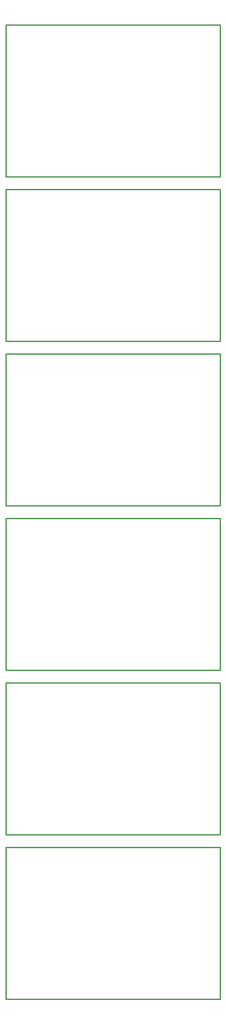
<source format=gbr>
G04 start of page 4 for group 2 idx 2 *
G04 Title: (unknown), outline *
G04 Creator: pcb 20110918 *
G04 CreationDate: Sun 20 Dec 2015 04:06:38 AM GMT UTC *
G04 For: petersen *
G04 Format: Gerber/RS-274X *
G04 PCB-Dimensions: 170000 770000 *
G04 PCB-Coordinate-Origin: lower left *
%MOIN*%
%FSLAX25Y25*%
%LNOUTLINE*%
%ADD46C,0.0100*%
G54D46*X170000Y510000D02*Y390000D01*
Y380000D02*Y260000D01*
Y250000D02*Y130000D01*
Y390000D02*X0D01*
Y380000D02*X170000D01*
X0Y260000D02*Y380000D01*
Y390000D02*Y510000D01*
X170000Y260000D02*X0D01*
Y250000D02*X170000D01*
Y130000D02*X0D01*
Y250000D01*
Y120000D02*X170000D01*
Y0D02*X0D01*
Y120000D01*
X170000D02*Y0D01*
Y650000D02*X0D01*
Y640000D02*X170000D01*
Y520000D01*
X0D01*
Y640000D01*
Y770000D02*X170000D01*
Y650000D01*
X0D02*Y770000D01*
Y510000D02*X170000D01*
M02*

</source>
